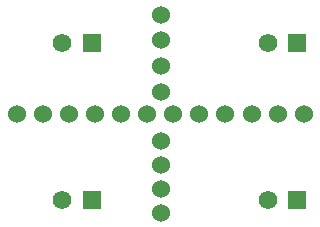
<source format=gbl>
G04*
G04 #@! TF.GenerationSoftware,Altium Limited,Altium Designer,22.1.2 (22)*
G04*
G04 Layer_Physical_Order=2*
G04 Layer_Color=16711680*
%FSLAX25Y25*%
%MOIN*%
G70*
G04*
G04 #@! TF.SameCoordinates,A84A231E-1FB4-490D-AB1D-95A42E3D9FFD*
G04*
G04*
G04 #@! TF.FilePolarity,Positive*
G04*
G01*
G75*
%ADD12C,0.06000*%
%ADD13C,0.06201*%
%ADD14R,0.06201X0.06201*%
D12*
X261500Y167700D02*
D03*
Y175600D02*
D03*
Y183500D02*
D03*
Y159800D02*
D03*
Y200000D02*
D03*
Y208600D02*
D03*
Y217200D02*
D03*
Y225800D02*
D03*
X230800Y192500D02*
D03*
X309100D02*
D03*
X300400D02*
D03*
X291700D02*
D03*
X283000D02*
D03*
X274300D02*
D03*
X265600D02*
D03*
X256900D02*
D03*
X248200D02*
D03*
X239500D02*
D03*
X222100D02*
D03*
X213400D02*
D03*
D13*
X228579Y163933D02*
D03*
X297079D02*
D03*
X228579Y216433D02*
D03*
X297079D02*
D03*
D14*
X238421Y163933D02*
D03*
X306921D02*
D03*
X238421Y216433D02*
D03*
X306921D02*
D03*
M02*

</source>
